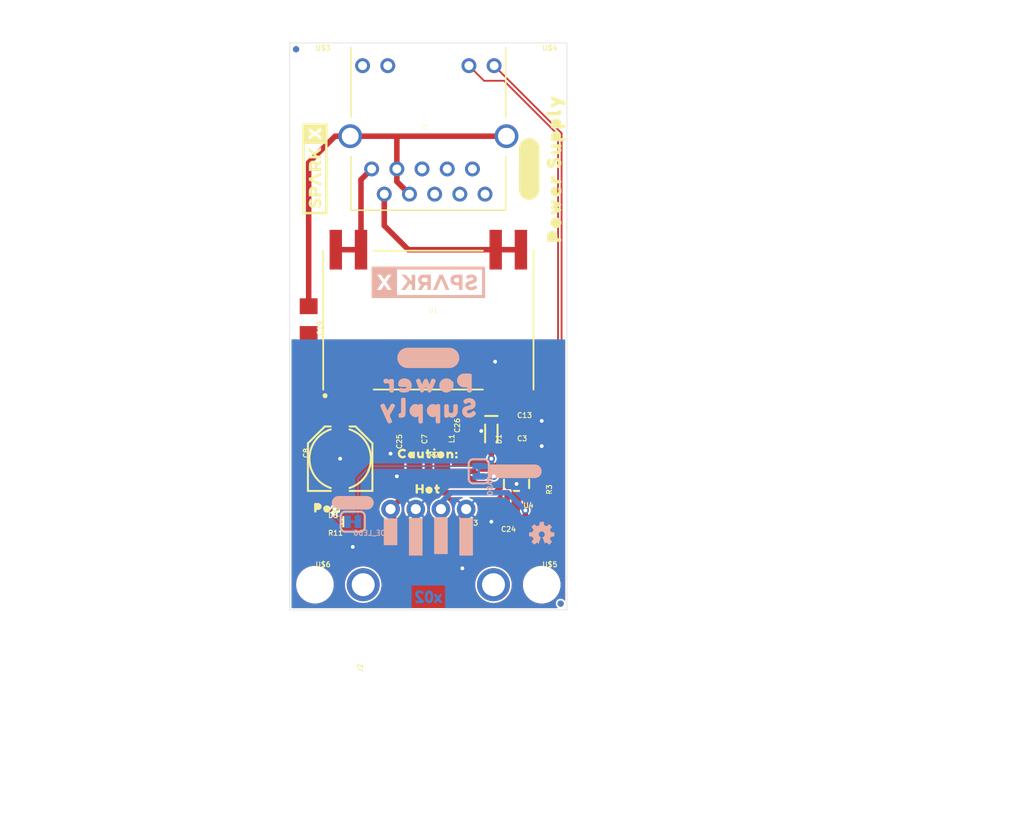
<source format=kicad_pcb>
(kicad_pcb (version 20211014) (generator pcbnew)
  (layers (0 "F.Cu" signal) (31 "B.Cu" signal) (34 "B.Paste" user) (35 "F.Paste" user) (36 "B.SilkS" user "B.Silkscreen") (37 "F.SilkS" user "F.Silkscreen") (38 "B.Mask" user) (39 "F.Mask" user) (44 "Edge.Cuts" user))
  (net 0 "")
  (net 1 "GND")
  (net 2 "3.3V")
  (net 3 "5V")
  (net 4 "N$10")
  (net 5 "PW+")
  (net 6 "PW-")
  (net 7 "GND-ISO")
  (net 8 "5V_RAW")
  (net 9 "5V_FILTER")
  (net 10 "N$9")
  (net 11 "N$6")
  (net 12 "N$5")
  (footprint "eagleBoard:POWER0" (layer "F.Cu") (at 161.2011 93.0656 90)
    (fp_text reference "U$20" hide)
    (fp_text value "" hide)
  )
  (footprint "eagleBoard:#POE#0" (layer "F.Cu") (at 158.6611 89.1286 90)
    (fp_text reference "U$18" hide)
    (fp_text value "" hide)
  )
  (footprint "eagleBoard:CREATIVE_COMMONS" (layer "F.Cu") (at 125.6411 153.8986)
    (fp_text reference "FRAME1" hide)
    (fp_text value "FRAME-LETTER" hide)
  )
  (footprint "eagleBoard:STAND-OFF" (layer "F.Cu") (at 159.9311 78.9686)
    (fp_text reference "U$4" (at 0 -2.032) (layer "F.SilkS") (effects (font (size 0.512064 0.512064) (thickness 0.097536)) (justify left)))
    (fp_text value "")
    (pad "" np_thru_hole circle (at 0 0) (size 3.302 3.302) (drill 3.302) (layers *.Cu *.Mask))
  )
  (footprint "eagleBoard:SOT23-5" (layer "F.Cu") (at 157.3911 120.8786 180)
    (fp_text reference "U4" (at -1.778 -2.159) (layer "F.SilkS") (effects (font (size 0.512064 0.512064) (thickness 0.097536)) (justify right)))
    (fp_text value "3.3V")
    (pad "1" smd rect (at -0.95 1.3001 180) (size 0.55 1.2) (layers "F.Cu" "F.Paste" "F.Mask") (net 3 "5V"))
    (pad "2" smd rect (at 0 1.3001 180) (size 0.55 1.2) (layers "F.Cu" "F.Paste" "F.Mask") (net 1 "GND"))
    (pad "3" smd rect (at 0.95 1.3001 180) (size 0.55 1.2) (layers "F.Cu" "F.Paste" "F.Mask") (net 3 "5V"))
    (pad "4" smd rect (at 0.95 -1.3001 180) (size 0.55 1.2) (layers "F.Cu" "F.Paste" "F.Mask"))
    (pad "5" smd rect (at -0.95 -1.3001 180) (size 0.55 1.2) (layers "F.Cu" "F.Paste" "F.Mask") (net 2 "3.3V"))
  )
  (footprint "eagleBoard:STAND-OFF" (layer "F.Cu") (at 137.0711 78.9686)
    (fp_text reference "U$3" (at 0 -2.032) (layer "F.SilkS") (effects (font (size 0.512064 0.512064) (thickness 0.097536)) (justify left)))
    (fp_text value "")
    (pad "" np_thru_hole circle (at 0 0) (size 3.302 3.302) (drill 3.302) (layers *.Cu *.Mask))
  )
  (footprint "eagleBoard:SUPPLY1" (layer "F.Cu") (at 161.2011 85.3186 90)
    (fp_text reference "U$21" hide)
    (fp_text value "" hide)
  )
  (footprint "eagleBoard:USB-A-S-NOSILK-FEMALE" (layer "F.Cu") (at 148.5011 133.5786 90)
    (fp_text reference "J2" (at -6.35 -6.858 90) (layer "F.SilkS") (effects (font (size 0.512064 0.512064) (thickness 0.097536)) (justify left)))
    (fp_text value "USB_A_SMT_FEMALE_NS")
    (pad "D+" smd rect (at 6.752 1 90) (size 3 0.9) (layers "F.Cu" "F.Paste" "F.Mask"))
    (pad "D-" smd rect (at 6.752 -1 90) (size 3 0.9) (layers "F.Cu" "F.Paste" "F.Mask"))
    (pad "GND" smd rect (at 6.752 3.5 90) (size 3 0.9) (layers "F.Cu" "F.Paste" "F.Mask") (net 1 "GND"))
    (pad "SHLD1" thru_hole circle (at 2.54 6.5659) (size 3.3274 3.3274) (drill 2.3114) (layers *.Cu *.Mask))
    (pad "SHLD2" thru_hole circle (at 2.54 -6.5659) (size 3.3274 3.3274) (drill 2.3114) (layers *.Cu *.Mask))
    (pad "VBUS" smd rect (at 6.752 -3.5 90) (size 3 0.9) (layers "F.Cu" "F.Paste" "F.Mask") (net 3 "5V"))
  )
  (footprint "eagleBoard:0603" (layer "F.Cu") (at 157.3911 117.0686)
    (fp_text reference "C3" (at 0 -0.762) (layer "F.SilkS") (effects (font (size 0.512064 0.512064) (thickness 0.097536)) (justify left)))
    (fp_text value "0.1uF")
    (pad "1" smd rect (at -0.85 0) (size 1.1 1) (layers "F.Cu" "F.Paste" "F.Mask") (net 3 "5V"))
    (pad "2" smd rect (at 0.85 0) (size 1.1 1) (layers "F.Cu" "F.Paste" "F.Mask") (net 1 "GND"))
  )
  (footprint "eagleBoard:0805" (layer "F.Cu") (at 147.2311 115.7986 -90)
    (fp_text reference "C7" (at 0 -0.889 90) (layer "F.SilkS") (effects (font (size 0.512064 0.512064) (thickness 0.097536)) (justify right)))
    (fp_text value "10uF")
    (pad "1" smd rect (at -0.9 0 270) (size 0.8 1.2) (layers "F.Cu" "F.Paste" "F.Mask") (net 8 "5V_RAW"))
    (pad "2" smd rect (at 0.9 0 270) (size 0.8 1.2) (layers "F.Cu" "F.Paste" "F.Mask") (net 1 "GND"))
  )
  (footprint "eagleBoard:PANASONIC_D" (layer "F.Cu") (at 139.6111 118.3386 90)
    (fp_text reference "C8" (at 0 -3.429 90) (layer "F.SilkS") (effects (font (size 0.512064 0.512064) (thickness 0.097536)) (justify left)))
    (fp_text value "100uF")
    (pad "+" smd rect (at 2.4 0 90) (size 3 1.4) (layers "F.Cu" "F.Paste" "F.Mask") (net 8 "5V_RAW"))
    (pad "-" smd rect (at -2.4 0 90) (size 3 1.4) (layers "F.Cu" "F.Paste" "F.Mask") (net 1 "GND"))
  )
  (footprint "eagleBoard:1206" (layer "F.Cu") (at 148.5011 119.6086)
    (fp_text reference "R2" (at 0 -1.651) (layer "F.SilkS") (effects (font (size 0.512064 0.512064) (thickness 0.097536)) (justify left)))
    (fp_text value "49.9OHM-1206-1/2W-1%" hide)
    (pad "1" smd rect (at -1.4 0) (size 1.6 1.8) (layers "F.Cu" "F.Paste" "F.Mask") (net 1 "GND"))
    (pad "2" smd rect (at 1.4 0) (size 1.6 1.8) (layers "F.Cu" "F.Paste" "F.Mask") (net 10 "N$9"))
  )
  (footprint "eagleBoard:SOD-323" (layer "F.Cu") (at 154.8511 115.7986 -90)
    (fp_text reference "D1" (at 0 -0.762 90) (layer "F.SilkS") (effects (font (size 0.512064 0.512064) (thickness 0.097536)) (justify right)))
    (fp_text value "3A/10V/280mV")
    (pad "A" smd rect (at 1.15 0 270) (size 0.63 0.83) (layers "F.Cu" "F.Paste" "F.Mask") (net 9 "5V_FILTER"))
    (pad "C" smd rect (at -1.15 0 270) (size 0.63 0.83) (layers "F.Cu" "F.Paste" "F.Mask") (net 3 "5V"))
  )
  (footprint "eagleBoard:LED-0603" (layer "F.Cu") (at 138.3411 124.6886)
    (fp_text reference "D5" (at 0 -0.635) (layer "F.SilkS") (effects (font (size 0.512064 0.512064) (thickness 0.097536)) (justify left)))
    (fp_text value "RED")
    (pad "A" smd roundrect (at -0.877 0 270) (size 1 1) (layers "F.Cu" "F.Paste" "F.Mask") (roundrect_rratio 0.15) (net 12 "N$5"))
    (pad "C" smd roundrect (at 0.877 0 270) (size 1 1) (layers "F.Cu" "F.Paste" "F.Mask") (roundrect_rratio 0.15) (net 1 "GND"))
  )
  (footprint "eagleBoard:0805" (layer "F.Cu") (at 144.6911 115.7986 -90)
    (fp_text reference "C25" (at 0 -0.889 90) (layer "F.SilkS") (effects (font (size 0.512064 0.512064) (thickness 0.097536)) (justify right)))
    (fp_text value "10uF")
    (pad "1" smd rect (at -0.9 0 270) (size 0.8 1.2) (layers "F.Cu" "F.Paste" "F.Mask") (net 8 "5V_RAW"))
    (pad "2" smd rect (at 0.9 0 270) (size 0.8 1.2) (layers "F.Cu" "F.Paste" "F.Mask") (net 1 "GND"))
  )
  (footprint "eagleBoard:0603" (layer "F.Cu") (at 157.3911 124.6886 180)
    (fp_text reference "C24" (at 0 -0.762) (layer "F.SilkS") (effects (font (size 0.512064 0.512064) (thickness 0.097536)) (justify right)))
    (fp_text value "1.0uF")
    (pad "1" smd rect (at -0.85 0 180) (size 1.1 1) (layers "F.Cu" "F.Paste" "F.Mask") (net 2 "3.3V"))
    (pad "2" smd rect (at 0.85 0 180) (size 1.1 1) (layers "F.Cu" "F.Paste" "F.Mask") (net 1 "GND"))
  )
  (footprint "eagleBoard:POE0" (layer "F.Cu") (at 138.3411 123.2916)
    (fp_text reference "U$16" hide)
    (fp_text value "" hide)
  )
  (footprint "eagleBoard:CAUTION#0" (layer "F.Cu") (at 148.5011 117.8306)
    (fp_text reference "U$14" hide)
    (fp_text value "" hide)
  )
  (footprint "eagleBoard:0603" (layer "F.Cu") (at 159.9311 120.8786 -90)
    (fp_text reference "R3" (at 0 -0.762 90) (layer "F.SilkS") (effects (font (size 0.512064 0.512064) (thickness 0.097536)) (justify right)))
    (fp_text value "330")
    (pad "1" smd rect (at -0.85 0 270) (size 1.1 1) (layers "F.Cu" "F.Paste" "F.Mask") (net 4 "N$10"))
    (pad "2" smd rect (at 0.85 0 270) (size 1.1 1) (layers "F.Cu" "F.Paste" "F.Mask") (net 2 "3.3V"))
  )
  (footprint "eagleBoard:DP990X" (layer "F.Cu") (at 148.5011 104.3686)
    (fp_text reference "U1" (at 0 -1) (layer "F.SilkS") (effects (font (size 0.4632 0.4632) (thickness 0.0368)) (justify left)))
    (fp_text value "POE_PSU-DP990X")
    (pad "1" smd rect (at -9.33 7.1) (size 1.25 4) (layers "F.Cu" "F.Paste" "F.Mask") (net 8 "5V_RAW"))
    (pad "2" smd rect (at -6.79 7.1) (size 1.25 4) (layers "F.Cu" "F.Paste" "F.Mask") (net 8 "5V_RAW"))
    (pad "3" smd rect (at 6.79 7.1) (size 1.25 4) (layers "F.Cu" "F.Paste" "F.Mask") (net 1 "GND"))
    (pad "4" smd rect (at 9.33 7.1) (size 1.25 4) (layers "F.Cu" "F.Paste" "F.Mask"))
    (pad "5" smd rect (at 9.33 -7.1 180) (size 1.25 4) (layers "F.Cu" "F.Paste" "F.Mask") (net 5 "PW+"))
    (pad "6" smd rect (at 6.79 -7.1 180) (size 1.25 4) (layers "F.Cu" "F.Paste" "F.Mask") (net 5 "PW+"))
    (pad "7" smd rect (at -6.79 -7.1 180) (size 1.25 4) (layers "F.Cu" "F.Paste" "F.Mask") (net 6 "PW-"))
    (pad "8" smd rect (at -9.33 -7.1 180) (size 1.25 4) (layers "F.Cu" "F.Paste" "F.Mask") (net 6 "PW-"))
  )
  (footprint "eagleBoard:MAGJACK-SYM_LED" (layer "F.Cu") (at 148.5011 82.7786 180)
    (fp_text reference "J1" (at 0 -2.14) (layer "F.SilkS") (effects (font (size 0.4632 0.4632) (thickness 0.0368)) (justify right)))
    (fp_text value "MAGJACK-POE")
    (pad "" np_thru_hole circle (at -5.715 0 180) (size 3.25 3.25) (drill 3.25) (layers *.Cu *.Mask))
    (pad "" np_thru_hole circle (at 5.715 0 180) (size 3.25 3.25) (drill 3.25) (layers *.Cu *.Mask))
    (pad "1" thru_hole circle (at -5.715 -8.89 180) (size 1.5 1.5) (drill 0.9) (layers *.Cu *.Mask))
    (pad "2" thru_hole circle (at -4.445 -6.35 180) (size 1.5 1.5) (drill 0.9) (layers *.Cu *.Mask))
    (pad "3" thru_hole circle (at -3.175 -8.89 180) (size 1.5 1.5) (drill 0.9) (layers *.Cu *.Mask))
    (pad "4" thru_hole circle (at -1.905 -6.35 180) (size 1.5 1.5) (drill 0.9) (layers *.Cu *.Mask))
    (pad "5" thru_hole circle (at -0.635 -8.89 180) (size 1.5 1.5) (drill 0.9) (layers *.Cu *.Mask))
    (pad "6" thru_hole circle (at 0.635 -6.35 180) (size 1.5 1.5) (drill 0.9) (layers *.Cu *.Mask))
    (pad "7" thru_hole circle (at 1.905 -8.89 180) (size 1.5 1.5) (drill 0.9) (layers *.Cu *.Mask) (net 7 "GND-ISO"))
    (pad "8" thru_hole circle (at 3.175 -6.35 180) (size 1.5 1.5) (drill 0.9) (layers *.Cu *.Mask) (net 7 "GND-ISO"))
    (pad "9" thru_hole circle (at 4.445 -8.89 180) (size 1.5 1.5) (drill 0.9) (layers *.Cu *.Mask) (net 5 "PW+"))
    (pad "10" thru_hole circle (at 5.715 -6.35 180) (size 1.5 1.5) (drill 0.9) (layers *.Cu *.Mask) (net 6 "PW-"))
    (pad "11" thru_hole circle (at -6.63 4.06 180) (size 1.5 1.5) (drill 0.9) (layers *.Cu *.Mask) (net 4 "N$10"))
    (pad "12" thru_hole circle (at -4.09 4.06 180) (size 1.5 1.5) (drill 0.9) (layers *.Cu *.Mask) (net 1 "GND"))
    (pad "13" thru_hole circle (at 4.09 4.06 180) (size 1.5 1.5) (drill 0.9) (layers *.Cu *.Mask))
    (pad "14" thru_hole circle (at 6.63 4.06 180) (size 1.5 1.5) (drill 0.9) (layers *.Cu *.Mask))
    (pad "S1" thru_hole circle (at -7.875 -3.05 180) (size 2.4 2.4) (drill 1.7) (layers *.Cu *.Mask) (net 7 "GND-ISO"))
    (pad "S2" thru_hole circle (at 7.875 -3.05 180) (size 2.4 2.4) (drill 1.7) (layers *.Cu *.Mask) (net 7 "GND-ISO"))
  )
  (footprint "eagleBoard:FIDUCIAL-MICRO" (layer "F.Cu") (at 135.1661 77.0636 90)
    (fp_text reference "FD2" hide)
    (fp_text value "FIDUCIALUFIDUCIAL" hide)
    (pad "1" smd roundrect (at 0 0 90) (size 0.635 0.635) (layers "F.Cu" "F.Mask") (roundrect_rratio 0.5))
  )
  (footprint "eagleBoard:1206" (layer "F.Cu") (at 136.4361 104.3686 -90)
    (fp_text reference "C19" (at 0 -1.143 90) (layer "F.SilkS") (effects (font (size 0.512064 0.512064) (thickness 0.097536)) (justify right)))
    (fp_text value "1nF")
    (pad "1" smd rect (at -1.4 0 270) (size 1.6 1.8) (layers "F.Cu" "F.Paste" "F.Mask") (net 7 "GND-ISO"))
    (pad "2" smd rect (at 1.4 0 270) (size 1.6 1.8) (layers "F.Cu" "F.Paste" "F.Mask") (net 1 "GND"))
  )
  (footprint "eagleBoard:SPARKX-MEDIUM" (layer "F.Cu") (at 137.0711 89.1286 90)
    (fp_text reference "U$7" hide)
    (fp_text value "SPARKX-LOGO4" hide)
  )
  (footprint "eagleBoard:0603" (layer "F.Cu") (at 138.3411 126.5936)
    (fp_text reference "R11" (at 0 -0.762) (layer "F.SilkS") (effects (font (size 0.512064 0.512064) (thickness 0.097536)) (justify left)))
    (fp_text value "1k")
    (pad "1" smd rect (at -0.85 0) (size 1.1 1) (layers "F.Cu" "F.Paste" "F.Mask") (net 12 "N$5"))
    (pad "2" smd rect (at 0.85 0) (size 1.1 1) (layers "F.Cu" "F.Paste" "F.Mask") (net 11 "N$6"))
  )
  (footprint "eagleBoard:FIDUCIAL-MICRO" (layer "F.Cu") (at 161.8361 132.9436 90)
    (fp_text reference "FD1" hide)
    (fp_text value "FIDUCIALUFIDUCIAL" hide)
    (pad "1" smd roundrect (at 0 0 90) (size 0.635 0.635) (layers "F.Cu" "F.Mask") (roundrect_rratio 0.5))
  )
  (footprint "eagleBoard:1X04_NO_SILK" (layer "F.Cu") (at 152.3111 123.4186 180)
    (fp_text reference "J3" (at -1.27 -1.397) (layer "F.SilkS") (effects (font (size 0.512064 0.512064) (thickness 0.097536)) (justify right)))
    (fp_text value "")
    (pad "1" thru_hole circle (at 0 0 270) (size 1.8796 1.8796) (drill 1.016) (layers *.Cu *.Mask) (net 1 "GND"))
    (pad "2" thru_hole circle (at 2.54 0 270) (size 1.8796 1.8796) (drill 1.016) (layers *.Cu *.Mask) (net 2 "3.3V"))
    (pad "3" thru_hole circle (at 5.08 0 270) (size 1.8796 1.8796) (drill 1.016) (layers *.Cu *.Mask) (net 1 "GND"))
    (pad "4" thru_hole circle (at 7.62 0 270) (size 1.8796 1.8796) (drill 1.016) (layers *.Cu *.Mask) (net 3 "5V"))
  )
  (footprint "eagleBoard:HOT1" (layer "F.Cu") (at 148.5011 121.3866)
    (fp_text reference "U$15" hide)
    (fp_text value "" hide)
  )
  (footprint "eagleBoard:0805" (layer "F.Cu") (at 152.3111 115.7986 90)
    (fp_text reference "C26" (at 0 -0.889 90) (layer "F.SilkS") (effects (font (size 0.512064 0.512064) (thickness 0.097536)) (justify left)))
    (fp_text value "10uF")
    (pad "1" smd rect (at -0.9 0 90) (size 0.8 1.2) (layers "F.Cu" "F.Paste" "F.Mask") (net 9 "5V_FILTER"))
    (pad "2" smd rect (at 0.9 0 90) (size 0.8 1.2) (layers "F.Cu" "F.Paste" "F.Mask") (net 1 "GND"))
  )
  (footprint "eagleBoard:STAND-OFF" (layer "F.Cu") (at 159.9311 131.0386)
    (fp_text reference "U$5" (at 0 -2.032) (layer "F.SilkS") (effects (font (size 0.512064 0.512064) (thickness 0.097536)) (justify left)))
    (fp_text value "")
    (pad "" np_thru_hole circle (at 0 0) (size 3.302 3.302) (drill 3.302) (layers *.Cu *.Mask))
  )
  (footprint "eagleBoard:STAND-OFF" (layer "F.Cu") (at 137.0711 131.0386)
    (fp_text reference "U$6" (at 0 -2.032) (layer "F.SilkS") (effects (font (size 0.512064 0.512064) (thickness 0.097536)) (justify left)))
    (fp_text value "")
    (pad "" np_thru_hole circle (at 0 0) (size 3.302 3.302) (drill 3.302) (layers *.Cu *.Mask))
  )
  (footprint "eagleBoard:0603" (layer "F.Cu") (at 157.3911 114.5286)
    (fp_text reference "C13" (at 0 -0.562) (layer "F.SilkS") (effects (font (size 0.512064 0.512064) (thickness 0.097536)) (justify left)))
    (fp_text value "0.22uF")
    (pad "1" smd rect (at -0.85 0) (size 1.1 1) (layers "F.Cu" "F.Paste" "F.Mask") (net 3 "5V"))
    (pad "2" smd rect (at 0.85 0) (size 1.1 1) (layers "F.Cu" "F.Paste" "F.Mask") (net 1 "GND"))
  )
  (footprint "eagleBoard:0805-WIDE" (layer "F.Cu") (at 149.7711 115.7986 -90)
    (fp_text reference "L1" (at 0 -1.089 90) (layer "F.SilkS") (effects (font (size 0.512064 0.512064) (thickness 0.097536)) (justify right)))
    (fp_text value "2.2uH")
    (pad "1" smd rect (at -0.8 0 270) (size 0.8 1.8) (layers "F.Cu" "F.Paste" "F.Mask") (net 8 "5V_RAW"))
    (pad "2" smd rect (at 0.8 0 270) (size 0.8 1.8) (layers "F.Cu" "F.Paste" "F.Mask") (net 9 "5V_FILTER"))
  )
  (footprint "eagleBoard:SPARKX-LARGE" (layer "B.Cu") (at 148.5011 100.5586 180)
    (fp_text reference "U$19" hide)
    (fp_text value "SPARKX-LOGO4" hide)
  )
  (footprint "eagleBoard:#GND#1" (layer "B.Cu") (at 152.3111 126.2126 -90)
    (fp_text reference "U$13" hide)
    (fp_text value "" hide)
  )
  (footprint "eagleBoard:SUPPLY_1" (layer "B.Cu") (at 147.9931 113.2586 180)
    (fp_text reference "U$22" hide)
    (fp_text value "" hide)
  )
  (footprint "eagleBoard:FIDUCIAL-MICRO" (layer "B.Cu") (at 135.1661 77.0636 -90)
    (fp_text reference "FD4" hide)
    (fp_text value "FIDUCIALUFIDUCIAL" hide)
    (pad "1" smd roundrect (at 0 0 270) (size 0.635 0.635) (layers "B.Cu" "B.Mask") (roundrect_rratio 0.5))
  )
  (footprint "eagleBoard:SMT-JUMPER_2_NC_TRACE_SILK" (layer "B.Cu") (at 153.5811 119.6086 90)
    (fp_text reference "LOAD0" (at 0 1.143 90) (layer "B.SilkS") (effects (font (size 0.512064 0.512064) (thickness 0.097536)) (justify left mirror)))
    (fp_text value "JUMPER-SMT_2_NC_TRACE_SILK")
    (fp_poly (pts (xy 0.1905 -0.13335) (xy -0.70485 -0.13335) (xy -0.70485 0.13335) (xy 0.1905 0.13335)) (layer "B.Cu") (width 0) (fill solid))
    (pad "1" smd rect (at -0.5207 0 90) (size 0.6604 1.27) (layers "B.Cu" "B.Mask") (net 10 "N$9"))
    (pad "2" smd rect (at 0.5207 0 90) (size 0.6604 1.27) (layers "B.Cu" "B.Mask") (net 9 "5V_FILTER"))
  )
  (footprint "eagleBoard:#LOAD#0" (layer "B.Cu") (at 157.1371 119.6086 180)
    (fp_text reference "U$9" hide)
    (fp_text value "" hide)
  )
  (footprint "eagleBoard:FIDUCIAL-MICRO" (layer "B.Cu") (at 161.8361 132.9436 -90)
    (fp_text reference "FD3" hide)
    (fp_text value "FIDUCIALUFIDUCIAL" hide)
    (pad "1" smd roundrect (at 0 0 270) (size 0.635 0.635) (layers "B.Cu" "B.Mask") (roundrect_rratio 0.5))
  )
  (footprint "eagleBoard:#LED#0" (layer "B.Cu") (at 140.8811 122.7836 180)
    (fp_text reference "U$8" hide)
    (fp_text value "" hide)
  )
  (footprint "eagleBoard:OSHW-LOGO-MINI" (layer "B.Cu") (at 159.9311 125.9586 180)
    (fp_text reference "LOGO3" hide)
    (fp_text value "OSHW-LOGOMINI" hide)
  )
  (footprint "eagleBoard:#POE#0" (layer "B.Cu") (at 148.5011 108.1786 180)
    (fp_text reference "U$1" hide)
    (fp_text value "" hide)
  )
  (footprint "eagleBoard:POWER_0" (layer "B.Cu") (at 147.9931 110.7186 180)
    (fp_text reference "U$17" hide)
    (fp_text value "" hide)
  )
  (footprint "eagleBoard:#3V3#0" (layer "B.Cu") (at 149.7711 126.0856 -90)
    (fp_text reference "U$10" hide)
    (fp_text value "" hide)
  )
  (footprint "eagleBoard:SMT-JUMPER_2_NC_TRACE_SILK" (layer "B.Cu") (at 140.8811 124.6886)
    (fp_text reference "POE_LED0" (at 0 1.143) (layer "B.SilkS") (effects (font (size 0.512064 0.512064) (thickness 0.097536)) (justify right mirror)))
    (fp_text value "JUMPER-SMT_2_NC_TRACE_SILK")
    (fp_poly (pts (xy 0.1905 -0.13335) (xy -0.70485 -0.13335) (xy -0.70485 0.13335) (xy 0.1905 0.13335)) (layer "B.Cu") (width 0) (fill solid))
    (pad "1" smd rect (at -0.5207 0) (size 0.6604 1.27) (layers "B.Cu" "B.Mask") (net 11 "N$6"))
    (pad "2" smd rect (at 0.5207 0) (size 0.6604 1.27) (layers "B.Cu" "B.Mask") (net 9 "5V_FILTER"))
  )
  (footprint "eagleBoard:#GND#1" (layer "B.Cu") (at 147.2311 126.2126 -90)
    (fp_text reference "U$12" hide)
    (fp_text value "" hide)
  )
  (footprint "eagleBoard:#5V#2" (layer "B.Cu") (at 144.6911 125.7046 -90)
    (fp_text reference "U$11" hide)
    (fp_text value "" hide)
  )
  (gr_line (start 162.4711 133.5786) (end 134.5311 133.5786) (layer "Edge.Cuts") (width 0.05))
  (gr_line (start 162.4711 76.4286) (end 134.5311 76.4286) (layer "Edge.Cuts") (width 0.05))
  (gr_line (start 134.5311 76.4286) (end 134.5311 133.5786) (layer "Edge.Cuts") (width 0.05))
  (gr_line (start 162.4711 133.5786) (end 162.4711 76.4286) (layer "Edge.Cuts") (width 0.05))
  (gr_text "x02" (at 148.5011 132.3086) (layer "B.Cu") (effects (font (size 1.016 1.016) (thickness 0.254)) (justify mirror)))
  (segment (start 136.4361 105.7686) (end 136.4361 108.8136) (width 0.5588) (layer "F.Cu") (net 1))
  (segment (start 161.2011 114.5286) (end 158.2411 114.5286) (width 0.1778) (layer "F.Cu") (net 1))
  (segment (start 152.5911 78.7186) (end 154.1111 80.2386) (width 0.1778) (layer "F.Cu") (net 1))
  (segment (start 152.0011 126.8266) (end 152.0011 123.7286) (width 0.5588) (layer "F.Cu") (net 1))
  (segment (start 136.4361 108.8136) (end 137.0711 109.4486) (width 0.5588) (layer "F.Cu") (net 1))
  (segment (start 152.0011 123.7286) (end 152.3111 123.4186) (width 0.5588) (layer "F.Cu") (net 1))
  (segment (start 161.5755 114.1542) (end 161.2011 114.5286) (width 0.1778) (layer "F.Cu") (net 1))
  (segment (start 156.1211 80.2386) (end 161.5755 85.693) (width 0.1778) (layer "F.Cu") (net 1))
  (segment (start 161.5755 85.693) (end 161.5755 114.1542) (width 0.1778) (layer "F.Cu") (net 1))
  (segment (start 154.1111 80.2386) (end 156.1211 80.2386) (width 0.1778) (layer "F.Cu") (net 1))
  (via (at 159.9311 114.5286) (size 0.7366) (drill 0.381) (layers "F.Cu" "B.Cu") (net 1))
  (via (at 139.6111 118.3386) (size 0.7366) (drill 0.381) (layers "F.Cu" "B.Cu") (net 1))
  (via (at 140.8811 127.2286) (size 0.7366) (drill 0.381) (layers "F.Cu" "B.Cu") (net 1))
  (via (at 157.3911 120.8786) (size 0.7366) (drill 0.381) (layers "F.Cu" "B.Cu") (net 1))
  (via (at 151.9301 129.3876) (size 0.7366) (drill 0.381) (layers "F.Cu" "B.Cu") (net 1))
  (via (at 154.8511 124.6886) (size 0.7366) (drill 0.381) (layers "F.Cu" "B.Cu") (net 1))
  (via (at 153.8351 115.5446) (size 0.7366) (drill 0.381) (layers "F.Cu" "B.Cu") (net 1))
  (via (at 159.9311 117.0686) (size 0.7366) (drill 0.381) (layers "F.Cu" "B.Cu") (net 1))
  (via (at 155.2321 108.5596) (size 0.7366) (drill 0.381) (layers "F.Cu" "B.Cu") (net 1))
  (via (at 145.3261 120.1166) (size 0.7366) (drill 0.381) (layers "F.Cu" "B.Cu") (net 1))
  (via (at 144.6911 117.8306) (size 0.7366) (drill 0.381) (layers "F.Cu" "B.Cu") (net 1))
  (segment (start 158.3411 123.4846) (end 158.2801 123.5456) (width 0.5588) (layer "F.Cu") (net 2))
  (segment (start 158.3411 122.1787) (end 158.3411 123.4186) (width 0.5588) (layer "F.Cu") (net 2))
  (segment (start 158.3411 123.4186) (end 158.3411 123.4846) (width 0.5588) (layer "F.Cu") (net 2))
  (segment (start 158.2801 124.6496) (end 158.2411 124.6886) (width 0.5588) (layer "F.Cu") (net 2))
  (segment (start 159.9311 121.7286) (end 158.7912 121.7286) (width 0.5588) (layer "F.Cu") (net 2))
  (segment (start 158.7912 121.7286) (end 158.3411 122.1787) (width 0.5588) (layer "F.Cu") (net 2))
  (segment (start 158.2801 123.5456) (end 158.2801 124.6496) (width 0.5588) (layer "F.Cu") (net 2))
  (via (at 158.2801 123.5456) (size 0.7366) (drill 0.381) (layers "F.Cu" "B.Cu") (net 2))
  (segment (start 156.5021 121.7676) (end 158.2801 123.5456) (width 0.5588) (layer "B.Cu") (net 2))
  (segment (start 149.7711 122.7836) (end 150.7871 121.7676) (width 0.5588) (layer "B.Cu") (net 2))
  (segment (start 150.7871 121.7676) (end 156.5021 121.7676) (width 0.5588) (layer "B.Cu") (net 2))
  (segment (start 149.7711 123.4186) (end 149.7711 122.7836) (width 0.5588) (layer "B.Cu") (net 2))
  (segment (start 156.4411 117.1686) (end 156.5411 117.0686) (width 0.5588) (layer "F.Cu") (net 3))
  (segment (start 156.4211 114.6486) (end 156.5411 114.5286) (width 0.5588) (layer "F.Cu") (net 3))
  (segment (start 158.3411 119.5785) (end 158.3411 118.5266) (width 0.5588) (layer "F.Cu") (net 3))
  (segment (start 154.8511 114.6486) (end 156.4211 114.6486) (width 0.5588) (layer "F.Cu") (net 3))
  (segment (start 145.0011 126.8266) (end 145.0011 123.7286) (width 0.5588) (layer "F.Cu") (net 3))
  (segment (start 156.4411 119.5785) (end 156.4411 118.3386) (width 0.5588) (layer "F.Cu") (net 3))
  (segment (start 145.0011 123.7286) (end 144.6911 123.4186) (width 0.5588) (layer "F.Cu") (net 3))
  (segment (start 156.5411 114.5286) (end 156.5411 117.0686) (width 0.5588) (layer "F.Cu") (net 3))
  (segment (start 156.4411 118.3386) (end 156.4411 117.1686) (width 0.5588) (layer "F.Cu") (net 3))
  (segment (start 146.3421 121.7676) (end 155.2321 121.7676) (width 0.5588) (layer "F.Cu") (net 3))
  (segment (start 158.1531 118.3386) (end 156.4411 118.3386) (width 0.5588) (layer "F.Cu") (net 3))
  (segment (start 158.3411 118.5266) (end 158.1531 118.3386) (width 0.5588) (layer "F.Cu") (net 3))
  (segment (start 155.2321 121.7676) (end 156.4411 120.5586) (width 0.5588) (layer "F.Cu") (net 3))
  (segment (start 156.4411 120.5586) (end 156.4411 119.5785) (width 0.5588) (layer "F.Cu") (net 3))
  (segment (start 144.6911 123.4186) (end 146.3421 121.7676) (width 0.5588) (layer "F.Cu") (net 3))
  (segment (start 161.9311 85.5186) (end 155.1311 78.7186) (width 0.1778) (layer "F.Cu") (net 4))
  (segment (start 161.9311 85.5186) (end 161.9311 118.0286) (width 0.1778) (layer "F.Cu") (net 4))
  (segment (start 159.9311 120.0286) (end 161.9311 118.0286) (width 0.1778) (layer "F.Cu") (net 4))
  (segment (start 144.0561 91.6686) (end 144.0561 94.8436) (width 0.5588) (layer "F.Cu") (net 5))
  (segment (start 146.4811 97.2686) (end 155.2911 97.2686) (width 0.5588) (layer "F.Cu") (net 5))
  (segment (start 144.0561 94.8436) (end 146.4811 97.2686) (width 0.5588) (layer "F.Cu") (net 5))
  (segment (start 155.2911 97.2686) (end 157.8311 97.2686) (width 0.5588) (layer "F.Cu") (net 5))
  (segment (start 142.7861 89.1286) (end 141.7111 90.2036) (width 0.5588) (layer "F.Cu") (net 6))
  (segment (start 141.7111 97.2686) (end 139.1711 97.2686) (width 0.5588) (layer "F.Cu") (net 6))
  (segment (start 141.7111 90.2036) (end 141.7111 97.2686) (width 0.5588) (layer "F.Cu") (net 6))
  (segment (start 145.3261 89.1286) (end 145.3261 85.8286) (width 0.5588) (layer "F.Cu") (net 7))
  (segment (start 140.6261 85.8286) (end 145.3261 85.8286) (width 0.5588) (layer "F.Cu") (net 7))
  (segment (start 136.4361 102.9686) (end 136.4361 88.4936) (width 0.5588) (layer "F.Cu") (net 7))
  (segment (start 146.5961 91.6686) (end 145.3261 90.3986) (width 0.5588) (layer "F.Cu") (net 7))
  (segment (start 136.4361 88.4936) (end 139.1011 85.8286) (width 0.5588) (layer "F.Cu") (net 7))
  (segment (start 145.3261 90.3986) (end 145.3261 89.1286) (width 0.5588) (layer "F.Cu") (net 7))
  (segment (start 139.1011 85.8286) (end 140.6261 85.8286) (width 0.5588) (layer "F.Cu") (net 7))
  (segment (start 145.3261 85.8286) (end 156.3761 85.8286) (width 0.5588) (layer "F.Cu") (net 7))
  (segment (start 141.7111 114.9096) (end 141.7111 115.4766) (width 0.5588) (layer "F.Cu") (net 8))
  (segment (start 147.2311 114.8986) (end 144.6911 114.8986) (width 0.5588) (layer "F.Cu") (net 8))
  (segment (start 141.2491 115.9386) (end 139.6111 115.9386) (width 0.5588) (layer "F.Cu") (net 8))
  (segment (start 141.7111 111.4686) (end 141.7111 114.9096) (width 0.5588) (layer "F.Cu") (net 8))
  (segment (start 149.6711 114.8986) (end 149.7711 114.9986) (width 0.5588) (layer "F.Cu") (net 8))
  (segment (start 144.6801 114.9096) (end 141.7111 114.9096) (width 0.5588) (layer "F.Cu") (net 8))
  (segment (start 144.6911 114.8986) (end 144.6801 114.9096) (width 0.5588) (layer "F.Cu") (net 8))
  (segment (start 147.2311 114.8986) (end 149.6711 114.8986) (width 0.5588) (layer "F.Cu") (net 8))
  (segment (start 141.7111 111.4686) (end 139.1711 111.4686) (width 0.5588) (layer "F.Cu") (net 8))
  (segment (start 141.7111 115.4766) (end 141.2491 115.9386) (width 0.5588) (layer "F.Cu") (net 8))
  (segment (start 153.7151 116.9486) (end 153.4651 116.6986) (width 0.5588) (layer "F.Cu") (net 9))
  (segment (start 152.2111 116.5986) (end 152.3111 116.6986) (width 0.5588) (layer "F.Cu") (net 9))
  (segment (start 149.7711 116.5986) (end 152.2111 116.5986) (width 0.5588) (layer "F.Cu") (net 9))
  (segment (start 154.8511 116.9486) (end 153.7151 116.9486) (width 0.5588) (layer "F.Cu") (net 9))
  (segment (start 152.3111 116.6986) (end 153.4651 116.6986) (width 0.5588) (layer "F.Cu") (net 9))
  (segment (start 154.8511 116.9486) (end 154.8511 118.3386) (width 0.5588) (layer "F.Cu") (net 9))
  (via (at 154.8511 118.3386) (size 0.7366) (drill 0.381) (layers "F.Cu" "B.Cu") (net 9))
  (segment (start 152.0698 119.0879) (end 152.3111 119.0879) (width 0.1778) (layer "B.Cu") (net 9))
  (segment (start 154.8511 118.8466) (end 154.8511 118.3386) (width 0.5588) (layer "B.Cu") (net 9))
  (segment (start 153.5811 119.0879) (end 154.6098 119.0879) (width 0.5588) (layer "B.Cu") (net 9))
  (segment (start 154.6098 119.0879) (end 154.8511 118.8466) (width 0.5588) (layer "B.Cu") (net 9))
  (segment (start 141.4018 120.3579) (end 141.4018 124.6886) (width 0.1778) (layer "B.Cu") (net 9))
  (segment (start 152.3111 119.0879) (end 153.5811 119.0879) (width 0.1778) (layer "B.Cu") (net 9))
  (segment (start 142.6718 119.0879) (end 141.4018 120.3579) (width 0.1778) (layer "B.Cu") (net 9))
  (segment (start 152.0698 119.0879) (end 142.6718 119.0879) (width 0.1778) (layer "B.Cu") (net 9))
  (segment (start 153.0731 119.6086) (end 149.9011 119.6086) (width 0.5588) (layer "F.Cu") (net 10))
  (segment (start 155.1051 120.1166) (end 153.5811 120.1166) (width 0.5588) (layer "F.Cu") (net 10))
  (segment (start 153.5811 120.1166) (end 153.0731 119.6086) (width 0.5588) (layer "F.Cu") (net 10))
  (via (at 155.1051 120.1166) (size 0.7366) (drill 0.381) (layers "F.Cu" "B.Cu") (net 10))
  (segment (start 153.5811 120.1293) (end 153.5938 120.1166) (width 0.5588) (layer "B.Cu") (net 10))
  (segment (start 153.5938 120.1166) (end 155.1051 120.1166) (width 0.5588) (layer "B.Cu") (net 10))
  (segment (start 138.8491 123.4186) (end 139.1031 123.4186) (width 0.1778) (layer "F.Cu") (net 11))
  (segment (start 138.3411 123.9266) (end 138.8491 123.4186) (width 0.1778) (layer "F.Cu") (net 11))
  (segment (start 139.1911 126.5936) (end 138.3411 125.7436) (width 0.1778) (layer "F.Cu") (net 11))
  (segment (start 138.3411 125.7436) (end 138.3411 123.9266) (width 0.1778) (layer "F.Cu") (net 11))
  (via (at 139.1031 123.4186) (size 0.6604) (drill 0.3048) (layers "F.Cu" "B.Cu") (net 11))
  (segment (start 139.1031 124.1806) (end 139.6111 124.6886) (width 0.1778) (layer "B.Cu") (net 11))
  (segment (start 139.1031 123.4186) (end 139.1031 124.1806) (width 0.1778) (layer "B.Cu") (net 11))
  (segment (start 139.6111 124.6886) (end 140.3604 124.6886) (width 0.1778) (layer "B.Cu") (net 11))
  (segment (start 137.4641 124.6886) (end 137.4641 126.5666) (width 0.1778) (layer "F.Cu") (net 12))
  (segment (start 137.4911 126.5936) (end 137.4641 126.5666) (width 0.1778) (layer "F.Cu") (net 12))
  (zone (net 1) (net_name "GND") (layer "F.Cu") (priority 6) (connect_pads (clearance 0.1778)) (min_thickness 0.0889) (fill yes (thermal_gap 0.2278) (thermal_bridge_width 0.2278))
    (polygon (pts (xy 162.56 133.6675) (xy 134.4422 133.6675) (xy 134.4422 106.3117) (xy 162.56 106.3117)))
  )
  (zone (net 1) (net_name "GND") (layer "B.Cu") (priority 6) (connect_pads (clearance 0.1778)) (min_thickness 0.0889) (fill yes (thermal_gap 0.2278) (thermal_bridge_width 0.2278))
    (polygon (pts (xy 162.56 133.6675) (xy 134.4422 133.6675) (xy 134.4422 106.3117) (xy 162.56 106.3117)))
  )
)
</source>
